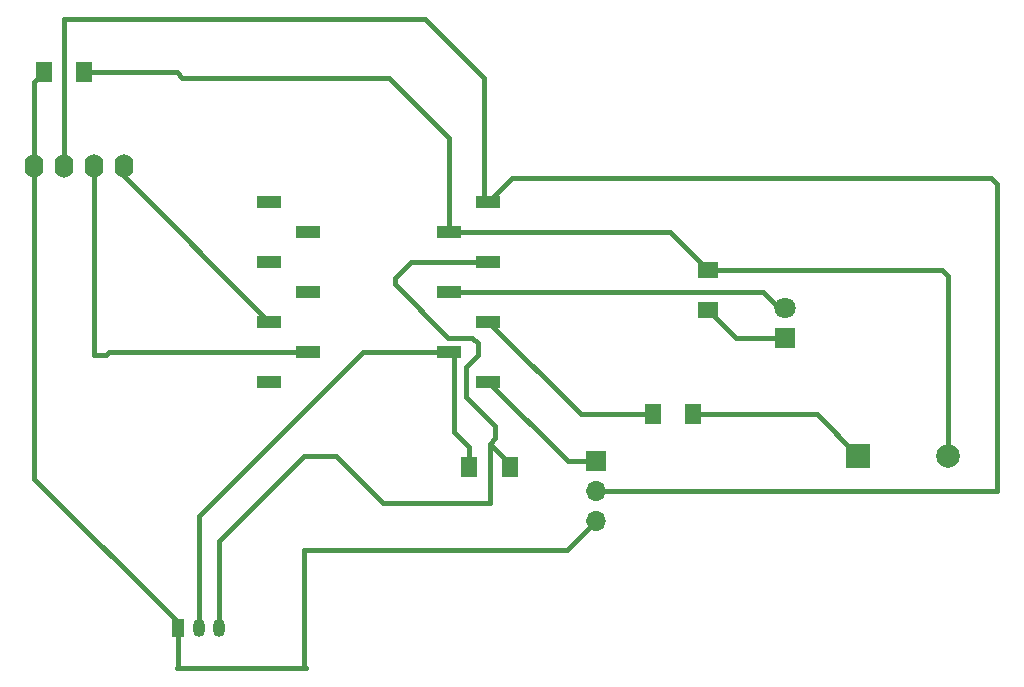
<source format=gbr>
%TF.GenerationSoftware,KiCad,Pcbnew,8.0.7*%
%TF.CreationDate,2024-12-16T20:44:07-05:00*%
%TF.ProjectId,FishFeeder,46697368-4665-4656-9465-722e6b696361,rev?*%
%TF.SameCoordinates,Original*%
%TF.FileFunction,Copper,L1,Top*%
%TF.FilePolarity,Positive*%
%FSLAX46Y46*%
G04 Gerber Fmt 4.6, Leading zero omitted, Abs format (unit mm)*
G04 Created by KiCad (PCBNEW 8.0.7) date 2024-12-16 20:44:07*
%MOMM*%
%LPD*%
G01*
G04 APERTURE LIST*
%TA.AperFunction,SMDPad,CuDef*%
%ADD10R,1.400000X1.700000*%
%TD*%
%TA.AperFunction,SMDPad,CuDef*%
%ADD11R,1.700000X1.400000*%
%TD*%
%TA.AperFunction,ComponentPad*%
%ADD12R,1.050000X1.500000*%
%TD*%
%TA.AperFunction,ComponentPad*%
%ADD13O,1.050000X1.500000*%
%TD*%
%TA.AperFunction,ComponentPad*%
%ADD14O,1.600000X2.000000*%
%TD*%
%TA.AperFunction,ComponentPad*%
%ADD15R,2.000000X2.000000*%
%TD*%
%TA.AperFunction,ComponentPad*%
%ADD16C,2.000000*%
%TD*%
%TA.AperFunction,ComponentPad*%
%ADD17R,1.800000X1.800000*%
%TD*%
%TA.AperFunction,ComponentPad*%
%ADD18C,1.800000*%
%TD*%
%TA.AperFunction,ComponentPad*%
%ADD19R,1.700000X1.700000*%
%TD*%
%TA.AperFunction,ComponentPad*%
%ADD20O,1.700000X1.700000*%
%TD*%
%TA.AperFunction,SMDPad,CuDef*%
%ADD21R,2.000000X1.000000*%
%TD*%
%TA.AperFunction,Conductor*%
%ADD22C,0.406400*%
%TD*%
G04 APERTURE END LIST*
D10*
%TO.P,R4,1*%
%TO.N,GND*%
X105800000Y-32500000D03*
%TO.P,R4,2*%
X109200000Y-32500000D03*
%TD*%
%TO.P,R1,1*%
%TO.N,D7*%
X141800000Y-66000000D03*
%TO.P,R1,2*%
%TO.N,3.3V*%
X145200000Y-66000000D03*
%TD*%
D11*
%TO.P,R2,1*%
%TO.N,Net-(D2-K)*%
X162000000Y-52700000D03*
%TO.P,R2,2*%
%TO.N,GND*%
X162000000Y-49300000D03*
%TD*%
D10*
%TO.P,R3,1*%
%TO.N,D9*%
X157300000Y-61500000D03*
%TO.P,R3,2*%
%TO.N,Net-(BZ1-+)*%
X160700000Y-61500000D03*
%TD*%
D12*
%TO.P,U1,1,GND*%
%TO.N,GND*%
X117095000Y-79615000D03*
D13*
%TO.P,U1,2,DQ*%
%TO.N,D7*%
X118865000Y-79615000D03*
%TO.P,U1,3,V_{DD}*%
%TO.N,3.3V*%
X120595000Y-79615000D03*
%TD*%
D14*
%TO.P,J3,1,Pin_1*%
%TO.N,GND*%
X104920000Y-40500000D03*
%TO.P,J3,2,Pin_2*%
%TO.N,5V*%
X107460000Y-40500000D03*
%TO.P,J3,3,Pin_3*%
%TO.N,SCL*%
X110000000Y-40500000D03*
%TO.P,J3,4,Pin_4*%
%TO.N,SDA*%
X112540000Y-40500000D03*
%TD*%
D15*
%TO.P,BZ1,1,+*%
%TO.N,Net-(BZ1-+)*%
X174700000Y-65000000D03*
D16*
%TO.P,BZ1,2,-*%
%TO.N,GND*%
X182300000Y-65000000D03*
%TD*%
D17*
%TO.P,D2,1,K*%
%TO.N,Net-(D2-K)*%
X168500000Y-55040000D03*
D18*
%TO.P,D2,2,A*%
%TO.N,D10*%
X168500000Y-52500000D03*
%TD*%
D19*
%TO.P,J5,1,Pin_1*%
%TO.N,D1*%
X152500000Y-65475000D03*
D20*
%TO.P,J5,2,Pin_2*%
%TO.N,5V*%
X152500000Y-68015000D03*
%TO.P,J5,3,Pin_3*%
%TO.N,GND*%
X152500000Y-70555000D03*
%TD*%
D21*
%TO.P,M1,1,D0*%
%TO.N,unconnected-(M1-D0-Pad1)*%
X124870000Y-43525000D03*
%TO.P,M1,2,D1*%
%TO.N,D1*%
X128170000Y-46065000D03*
%TO.P,M1,3,D2*%
%TO.N,/D2*%
X124870000Y-48605000D03*
%TO.P,M1,4,D3*%
%TO.N,/D3*%
X128170000Y-51145000D03*
%TO.P,M1,5,D4*%
%TO.N,SDA*%
X124870000Y-53685000D03*
%TO.P,M1,6,D5*%
%TO.N,SCL*%
X128170000Y-56225000D03*
%TO.P,M1,7,D6*%
%TO.N,/D6*%
X124870000Y-58765000D03*
%TO.P,M1,8,D7*%
%TO.N,D1*%
X143410000Y-58765000D03*
%TO.P,M1,9,D8*%
%TO.N,D7*%
X140110000Y-56225000D03*
%TO.P,M1,10,D9*%
%TO.N,D9*%
X143410000Y-53685000D03*
%TO.P,M1,11,D10*%
%TO.N,D10*%
X140110000Y-51145000D03*
%TO.P,M1,12,3V3*%
%TO.N,3.3V*%
X143410000Y-48605000D03*
%TO.P,M1,13,GND*%
%TO.N,GND*%
X140110000Y-46065000D03*
%TO.P,M1,14,5V*%
%TO.N,5V*%
X143410000Y-43525000D03*
%TD*%
D22*
%TO.N,GND*%
X104920000Y-40500000D02*
X104920000Y-33380000D01*
X104920000Y-33380000D02*
X105800000Y-32500000D01*
%TO.N,Net-(BZ1-+)*%
X160700000Y-61500000D02*
X171200000Y-61500000D01*
X171200000Y-61500000D02*
X174700000Y-65000000D01*
%TO.N,GND*%
X182300000Y-65000000D02*
X182300000Y-49800000D01*
X182300000Y-49800000D02*
X181800000Y-49300000D01*
X181800000Y-49300000D02*
X162000000Y-49300000D01*
X162000000Y-49300000D02*
X158765000Y-46065000D01*
X158765000Y-46065000D02*
X140110000Y-46065000D01*
X109200000Y-32500000D02*
X117000000Y-32500000D01*
X117000000Y-32500000D02*
X117500000Y-33000000D01*
%TO.N,Net-(D2-K)*%
X168500000Y-55040000D02*
X164340000Y-55040000D01*
X164340000Y-55040000D02*
X162000000Y-52700000D01*
%TO.N,3.3V*%
X145200000Y-66000000D02*
X145200000Y-65700000D01*
X145200000Y-65700000D02*
X143500000Y-64000000D01*
%TO.N,D7*%
X141800000Y-66000000D02*
X141800000Y-64300000D01*
X141800000Y-64300000D02*
X140500000Y-63000000D01*
X140110000Y-56225000D02*
X140500000Y-56615000D01*
X140500000Y-56615000D02*
X140500000Y-63000000D01*
%TO.N,GND*%
X152500000Y-70555000D02*
X150055000Y-73000000D01*
X127800000Y-82800000D02*
X128000000Y-83000000D01*
X117095000Y-82905000D02*
X117095000Y-79615000D01*
X150055000Y-73000000D02*
X127800000Y-73000000D01*
X128000000Y-83000000D02*
X117000000Y-83000000D01*
X117000000Y-83000000D02*
X117095000Y-82905000D01*
X127800000Y-73000000D02*
X127800000Y-82800000D01*
%TO.N,3.3V*%
X143410000Y-48605000D02*
X136895000Y-48605000D01*
X136895000Y-48605000D02*
X135500000Y-50000000D01*
X135500000Y-50000000D02*
X135500000Y-50500000D01*
X135500000Y-50500000D02*
X140000000Y-55000000D01*
X140000000Y-55000000D02*
X142000000Y-55000000D01*
X142000000Y-55000000D02*
X142500000Y-55500000D01*
X144000000Y-62500000D02*
X144000000Y-63500000D01*
X142500000Y-55500000D02*
X142500000Y-56500000D01*
X142500000Y-56500000D02*
X141500000Y-57500000D01*
X144000000Y-63500000D02*
X143500000Y-64000000D01*
X143500000Y-64000000D02*
X143500000Y-69000000D01*
X141500000Y-57500000D02*
X141500000Y-60000000D01*
X141500000Y-60000000D02*
X144000000Y-62500000D01*
X130500000Y-65000000D02*
X127800000Y-65000000D01*
X143500000Y-69000000D02*
X134500000Y-69000000D01*
X134500000Y-69000000D02*
X130500000Y-65000000D01*
%TO.N,D7*%
X132775000Y-56225000D02*
X140110000Y-56225000D01*
X118865000Y-70135000D02*
X132775000Y-56225000D01*
%TO.N,5V*%
X143410000Y-43525000D02*
X143000000Y-43115000D01*
X138000000Y-28000000D02*
X107460000Y-28000000D01*
X143000000Y-43115000D02*
X143000000Y-33000000D01*
X143000000Y-33000000D02*
X138000000Y-28000000D01*
X107460000Y-28000000D02*
X107460000Y-40500000D01*
%TO.N,GND*%
X117500000Y-33000000D02*
X135000000Y-33000000D01*
X135000000Y-33000000D02*
X140110000Y-38110000D01*
X140110000Y-38110000D02*
X140110000Y-46065000D01*
%TO.N,D1*%
X152500000Y-65475000D02*
X150120000Y-65475000D01*
X150120000Y-65475000D02*
X143410000Y-58765000D01*
%TO.N,5V*%
X152500000Y-68015000D02*
X186485000Y-68015000D01*
X186485000Y-68015000D02*
X186500000Y-68000000D01*
X186500000Y-42000000D02*
X186000000Y-41500000D01*
X186500000Y-68000000D02*
X186500000Y-42000000D01*
X186000000Y-41500000D02*
X145435000Y-41500000D01*
X145435000Y-41500000D02*
X143410000Y-43525000D01*
%TO.N,3.3V*%
X120595000Y-79615000D02*
X120595000Y-72205000D01*
X120595000Y-72205000D02*
X127800000Y-65000000D01*
%TO.N,D9*%
X157150000Y-61500000D02*
X151225000Y-61500000D01*
X151225000Y-61500000D02*
X143410000Y-53685000D01*
%TO.N,D10*%
X168500000Y-52500000D02*
X168000000Y-52500000D01*
X168000000Y-52500000D02*
X166645000Y-51145000D01*
X166645000Y-51145000D02*
X140110000Y-51145000D01*
%TO.N,GND*%
X117095000Y-79615000D02*
X117095000Y-79115000D01*
X104920000Y-66940000D02*
X104920000Y-40500000D01*
X117095000Y-79115000D02*
X104920000Y-66940000D01*
%TO.N,SDA*%
X112540000Y-40500000D02*
X112540000Y-41355000D01*
X112540000Y-41355000D02*
X124870000Y-53685000D01*
%TO.N,SCL*%
X110000000Y-40500000D02*
X110000000Y-56500000D01*
X110000000Y-56500000D02*
X111000000Y-56500000D01*
X111275000Y-56225000D02*
X128170000Y-56225000D01*
X111000000Y-56500000D02*
X111275000Y-56225000D01*
%TO.N,D7*%
X118865000Y-79615000D02*
X118865000Y-70135000D01*
%TD*%
M02*

</source>
